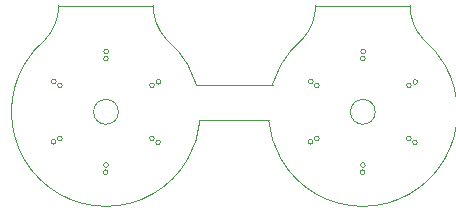
<source format=gm1>
G04*
G04 #@! TF.GenerationSoftware,Altium Limited,Altium Designer,19.1.5 (86)*
G04*
G04 Layer_Color=16711935*
%FSAX44Y44*%
%MOMM*%
G71*
G01*
G75*
%ADD16C,0.1000*%
D16*
X-00674448Y-00739280D02*
G03*
X-00664034Y-00706253I-00069282J00040000D01*
G01*
X-00566222Y-00768562D02*
G03*
X-00526222Y-00779280I00040000J00069282D01*
G01*
D02*
G03*
X-00486222Y-00768562I00000000J00080000D01*
G01*
D02*
G03*
X-00456940Y-00739280I-00040000J00069282D01*
G01*
D02*
G03*
X-00456940Y-00659280I-00069282J00040000D01*
G01*
X-00486222Y-00609280D02*
G03*
X-00475139Y-00637713I00042013J00000000D01*
G01*
X-00456940Y-00659280D02*
G03*
X-00475139Y-00637713I-00069282J-00040000D01*
G01*
X-00577305D02*
G03*
X-00595504Y-00659280I00051083J-00061567D01*
G01*
D02*
G03*
X-00602702Y-00675809I00069282J-00040000D01*
G01*
X-00605918Y-00706253D02*
G03*
X-00595504Y-00739280I00079696J00006973D01*
G01*
D02*
G03*
X-00566222Y-00768562I00069282J00040000D01*
G01*
X-00515722Y-00699280D02*
G03*
X-00515722Y-00699280I-00010500J00000000D01*
G01*
X-00568610Y-00724620D02*
G03*
X-00568610Y-00724620I-00002000J00000000D01*
G01*
X-00563193Y-00721780D02*
G03*
X-00563193Y-00721780I-00002000J00000000D01*
G01*
X-00524470Y-00750391D02*
G03*
X-00524470Y-00750391I-00002000J00000000D01*
G01*
X-00524222Y-00744280D02*
G03*
X-00524222Y-00744280I-00002000J00000000D01*
G01*
X-00480083Y-00725051D02*
G03*
X-00480083Y-00725051I-00002000J00000000D01*
G01*
X-00485251Y-00721780D02*
G03*
X-00485251Y-00721780I-00002000J00000000D01*
G01*
X-00479834Y-00673940D02*
G03*
X-00479834Y-00673940I-00002000J00000000D01*
G01*
X-00485251Y-00676780D02*
G03*
X-00485251Y-00676780I-00002000J00000000D01*
G01*
X-00524222Y-00654280D02*
G03*
X-00524222Y-00654280I-00002000J00000000D01*
G01*
X-00523974Y-00648169D02*
G03*
X-00523974Y-00648169I-00002000J00000000D01*
G01*
X-00568361Y-00673509D02*
G03*
X-00568361Y-00673509I-00002000J00000000D01*
G01*
X-00563193Y-00676780D02*
G03*
X-00563193Y-00676780I-00002000J00000000D01*
G01*
X-00577305Y-00637713D02*
G03*
X-00566222Y-00609280I-00030930J00028433D01*
G01*
X-00485251Y-00721780D02*
G03*
X-00485251Y-00721780I-00002000J00000000D01*
G01*
X-00480083Y-00725051D02*
G03*
X-00480083Y-00725051I-00002000J00000000D01*
G01*
X-00524470Y-00750391D02*
G03*
X-00524470Y-00750391I-00002000J00000000D01*
G01*
X-00524222Y-00744280D02*
G03*
X-00524222Y-00744280I-00002000J00000000D01*
G01*
X-00563193Y-00721780D02*
G03*
X-00563193Y-00721780I-00002000J00000000D01*
G01*
X-00568610Y-00724620D02*
G03*
X-00568610Y-00724620I-00002000J00000000D01*
G01*
X-00786118D02*
G03*
X-00786118Y-00724620I-00002000J00000000D01*
G01*
X-00780701Y-00721780D02*
G03*
X-00780701Y-00721780I-00002000J00000000D01*
G01*
X-00741730Y-00744280D02*
G03*
X-00741730Y-00744280I-00002000J00000000D01*
G01*
X-00741978Y-00750391D02*
G03*
X-00741978Y-00750391I-00002000J00000000D01*
G01*
X-00697591Y-00725051D02*
G03*
X-00697591Y-00725051I-00002000J00000000D01*
G01*
X-00702759Y-00721780D02*
G03*
X-00702759Y-00721780I-00002000J00000000D01*
G01*
X-00794813Y-00637713D02*
G03*
X-00783730Y-00609280I-00030930J00028433D01*
G01*
X-00780701Y-00676780D02*
G03*
X-00780701Y-00676780I-00002000J00000000D01*
G01*
X-00785869Y-00673509D02*
G03*
X-00785869Y-00673509I-00002000J00000000D01*
G01*
X-00741482Y-00648169D02*
G03*
X-00741482Y-00648169I-00002000J00000000D01*
G01*
X-00741730Y-00654280D02*
G03*
X-00741730Y-00654280I-00002000J00000000D01*
G01*
X-00702759Y-00676780D02*
G03*
X-00702759Y-00676780I-00002000J00000000D01*
G01*
X-00697342Y-00673940D02*
G03*
X-00697342Y-00673940I-00002000J00000000D01*
G01*
X-00702759Y-00721780D02*
G03*
X-00702759Y-00721780I-00002000J00000000D01*
G01*
X-00697591Y-00725051D02*
G03*
X-00697591Y-00725051I-00002000J00000000D01*
G01*
X-00741730Y-00744280D02*
G03*
X-00741730Y-00744280I-00002000J00000000D01*
G01*
X-00741978Y-00750391D02*
G03*
X-00741978Y-00750391I-00002000J00000000D01*
G01*
X-00780701Y-00721780D02*
G03*
X-00780701Y-00721780I-00002000J00000000D01*
G01*
X-00786118Y-00724620D02*
G03*
X-00786118Y-00724620I-00002000J00000000D01*
G01*
X-00733230Y-00699280D02*
G03*
X-00733230Y-00699280I-00010500J00000000D01*
G01*
X-00813012Y-00739280D02*
G03*
X-00783730Y-00768562I00069282J00040000D01*
G01*
X-00823730Y-00699280D02*
G03*
X-00813012Y-00739280I00080000J00000000D01*
G01*
Y-00659280D02*
G03*
X-00823730Y-00699280I00069282J-00040000D01*
G01*
X-00794813Y-00637713D02*
G03*
X-00813012Y-00659280I00051083J-00061567D01*
G01*
X-00674448D02*
G03*
X-00692647Y-00637713I-00069282J-00040000D01*
G01*
X-00703730Y-00609280D02*
G03*
X-00692647Y-00637713I00042013J00000000D01*
G01*
X-00667024Y-00676559D02*
G03*
X-00674448Y-00659280I-00076706J-00022721D01*
G01*
X-00703730Y-00768562D02*
G03*
X-00674448Y-00739280I-00040000J00069282D01*
G01*
X-00743730Y-00779280D02*
G03*
X-00703730Y-00768562I00000000J00080000D01*
G01*
X-00783730D02*
G03*
X-00743730Y-00779280I00040000J00069282D01*
G01*
X-00667193Y-00676296D02*
X-00602701Y-00676250D01*
X-00664034Y-00706253D02*
X-00605918D01*
X-00566222Y-00609280D02*
X-00486222D01*
X-00783730D02*
X-00703730D01*
M02*

</source>
